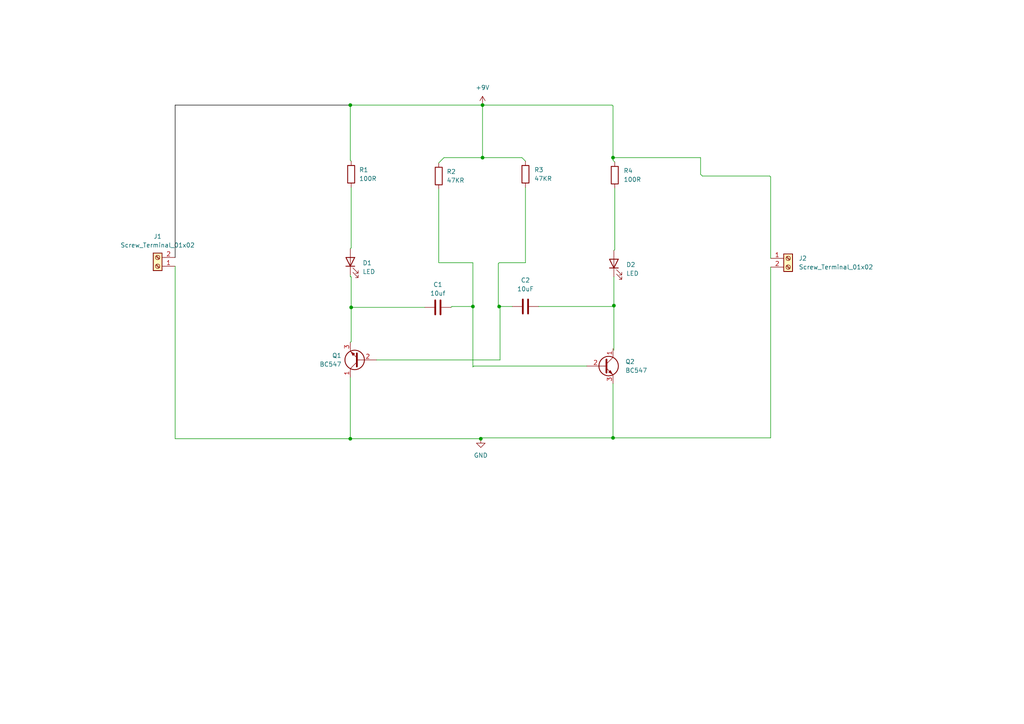
<source format=kicad_sch>
(kicad_sch (version 20231120) (generator "eeschema") (generator_version "8.0")
  (paper "A4")
  (lib_symbols
    (symbol "Connector:Screw_Terminal_01x02" (pin_names (offset 1.016) hide)
      (property "Reference" "J" (at 0 2.54 0))
      (property "Value" "Screw_Terminal_01x02" (at 0 -5.08 0))
      (symbol "Screw_Terminal_01x02_1_1"
        (rectangle (start -1.27 1.27) (end 1.27 -3.81) (stroke (width 0.254)) (fill (type background)))
        (circle (center 0 -2.54) (radius 0.635) (stroke (width 0.1524)))
        (polyline (pts (xy -0.5334 -2.2098) (xy 0.3302 -3.048)) (stroke (width 0.1524)))
        (polyline (pts (xy -0.5334 0.3302) (xy 0.3302 -0.508)) (stroke (width 0.1524)))
        (polyline (pts (xy -0.3556 -2.032) (xy 0.508 -2.8702)) (stroke (width 0.1524)))
        (polyline (pts (xy -0.3556 0.508) (xy 0.508 -0.3302)) (stroke (width 0.1524)))
        (circle (center 0 0) (radius 0.635) (stroke (width 0.1524)))
        (pin passive line (at -5.08 0 0) (length 3.81) (name "Pin_1") (number "1"))
        (pin passive line (at -5.08 -2.54 0) (length 3.81) (name "Pin_2") (number "2"))
      )
    )
    (symbol "Device:C" (pin_numbers hide) (pin_names (offset 0.254))
      (property "Reference" "C" (at 0.635 2.54 0))
      (property "Value" "C" (at 0.635 -2.54 0))
      (symbol "C_0_1"
        (polyline (pts (xy -2.032 -0.762) (xy 2.032 -0.762)) (stroke (width 0.508)))
        (polyline (pts (xy -2.032 0.762) (xy 2.032 0.762)) (stroke (width 0.508)))
      )
      (symbol "C_1_1"
        (pin passive line (at 0 3.81 270) (length 2.794) (name "~") (number "1"))
        (pin passive line (at 0 -3.81 90) (length 2.794) (name "~") (number "2"))
      )
    )
    (symbol "Device:LED" (pin_numbers hide) (pin_names (offset 1.016) hide)
      (property "Reference" "D" (at 0 2.54 0))
      (property "Value" "LED" (at 0 -2.54 0))
      (symbol "LED_0_1"
        (polyline (pts (xy -1.27 -1.27) (xy -1.27 1.27)) (stroke (width 0.254)))
        (polyline (pts (xy -1.27 0) (xy 1.27 0)))
        (polyline (pts (xy 1.27 -1.27) (xy 1.27 1.27) (xy -1.27 0) (xy 1.27 -1.27)) (stroke (width 0.254)))
        (polyline (pts (xy -3.048 -0.762) (xy -4.572 -2.286) (xy -3.81 -2.286) (xy -4.572 -2.286) (xy -4.572 -1.524)))
        (polyline (pts (xy -1.778 -0.762) (xy -3.302 -2.286) (xy -2.54 -2.286) (xy -3.302 -2.286) (xy -3.302 -1.524)))
      )
      (symbol "LED_1_1"
        (pin passive line (at -3.81 0 0) (length 2.54) (name "K") (number "1"))
        (pin passive line (at 3.81 0 180) (length 2.54) (name "A") (number "2"))
      )
    )
    (symbol "Device:R" (pin_numbers hide) (pin_names (offset 0))
      (property "Reference" "R" (at 2.032 0 90))
      (property "Value" "R" (at 0 0 90))
      (symbol "R_0_1"
        (rectangle (start -1.016 -2.54) (end 1.016 2.54) (stroke (width 0.254)))
      )
      (symbol "R_1_1"
        (pin passive line (at 0 3.81 270) (length 1.27) (name "~") (number "1"))
        (pin passive line (at 0 -3.81 90) (length 1.27) (name "~") (number "2"))
      )
    )
    (symbol "Transistor_BJT:BC547" (pin_names (offset 0) hide)
      (property "Reference" "Q" (at 5.08 1.905 0))
      (property "Value" "BC547" (at 5.08 0 0))
      (symbol "BC547_0_1"
        (polyline (pts (xy 0 0) (xy 0.635 0)))
        (polyline (pts (xy 0.635 0.635) (xy 2.54 2.54)))
        (polyline (pts (xy 0.635 -0.635) (xy 2.54 -2.54) (xy 2.54 -2.54)))
        (polyline (pts (xy 0.635 1.905) (xy 0.635 -1.905) (xy 0.635 -1.905)) (stroke (width 0.508)))
        (polyline (pts (xy 1.27 -1.778) (xy 1.778 -1.27) (xy 2.286 -2.286) (xy 1.27 -1.778) (xy 1.27 -1.778)) (fill (type outline)))
        (circle (center 1.27 0) (radius 2.8194) (stroke (width 0.254)))
      )
      (symbol "BC547_1_1"
        (pin passive line (at 2.54 5.08 270) (length 2.54) (name "C") (number "1"))
        (pin input line (at -5.08 0 0) (length 5.08) (name "B") (number "2"))
        (pin passive line (at 2.54 -5.08 90) (length 2.54) (name "E") (number "3"))
      )
    )
    (symbol "power:+9V" (power) (pin_numbers hide) (pin_names (offset 0) hide)
      (property "Value" "+9V" (at 0 3.556 0))
      (symbol "+9V_0_1"
        (polyline (pts (xy -0.762 1.27) (xy 0 2.54)))
        (polyline (pts (xy 0 0) (xy 0 2.54)))
        (polyline (pts (xy 0 2.54) (xy 0.762 1.27)))
      )
      (symbol "+9V_1_1"
        (pin power_in line (at 0 0 90) (length 0) (name "~") (number "1"))
      )
    )
    (symbol "power:GND" (power) (pin_numbers hide) (pin_names (offset 0) hide)
      (property "Value" "GND" (at 0 -3.81 0))
      (symbol "GND_0_1"
        (polyline (pts (xy 0 0) (xy 0 -1.27) (xy 1.27 -1.27) (xy 0 -2.54) (xy -1.27 -1.27) (xy 0 -1.27)))
      )
      (symbol "GND_1_1"
        (pin power_in line (at 0 0 270) (length 0) (name "~") (number "1"))
      )
    )
  )
  (junction (at 139.954 45.72))
  (junction (at 144.78 88.9))
  (junction (at 177.8 45.72))
  (junction (at 177.8 127))
  (junction (at 139.954 30.48))
  (junction (at 137.16 88.9))
  (junction (at 178.054 88.646))
  (junction (at 139.446 127.254))
  (junction (at 101.854 89.154))
  (junction (at 101.6 30.48))
  (junction (at 101.6 127.254))
  (wire (pts (xy 145.034 104.394) (xy 145.034 89.154)))
  (wire (pts (xy 223.52 74.93) (xy 223.52 51.308)))
  (wire (pts (xy 50.8 30.48) (xy 50.8 74.676)) (stroke (width 0) (color 0 0 0 1)))
  (wire (pts (xy 137.414 106.172) (xy 137.16 106.426)))
  (wire (pts (xy 156.21 88.9) (xy 177.8 88.9)))
  (wire (pts (xy 177.8 46.482) (xy 178.308 46.99)))
  (wire (pts (xy 178.054 80.264) (xy 178.054 88.646)))
  (wire (pts (xy 101.854 71.882) (xy 101.6 72.136)))
  (wire (pts (xy 101.854 89.154) (xy 123.19 89.154)))
  (wire (pts (xy 137.16 88.9) (xy 137.16 106.426)))
  (wire (pts (xy 177.8 30.734) (xy 177.546 30.48)))
  (wire (pts (xy 101.854 80.264) (xy 101.854 89.154)))
  (wire (pts (xy 139.954 30.48) (xy 139.954 45.72)))
  (wire (pts (xy 101.854 54.356) (xy 101.854 71.882)))
  (wire (pts (xy 101.6 30.48) (xy 101.6 46.482)))
  (wire (pts (xy 151.384 45.72) (xy 152.4 46.736)))
  (wire (pts (xy 101.6 46.482) (xy 101.854 46.736)))
  (wire (pts (xy 177.8 45.72) (xy 177.8 30.734)))
  (wire (pts (xy 101.854 99.06) (xy 101.6 99.314)))
  (wire (pts (xy 178.308 72.39) (xy 178.054 72.644)))
  (wire (pts (xy 101.6 79.756) (xy 101.6 80.264)))
  (wire (pts (xy 152.4 54.356) (xy 152.4 76.2)))
  (wire (pts (xy 178.054 88.646) (xy 178.054 101.6)))
  (wire (pts (xy 152.4 76.2) (xy 144.78 76.2)))
  (wire (pts (xy 139.954 30.48) (xy 177.546 30.48)))
  (wire (pts (xy 144.78 88.9) (xy 148.59 88.9)))
  (wire (pts (xy 101.6 30.48) (xy 139.954 30.48)))
  (wire (pts (xy 177.8 127) (xy 223.52 127)))
  (wire (pts (xy 170.18 106.172) (xy 137.414 106.172)))
  (wire (pts (xy 50.8 77.216) (xy 50.8 127.254)))
  (wire (pts (xy 177.8 45.72) (xy 203.2 45.72)))
  (wire (pts (xy 178.308 54.61) (xy 178.308 72.39)))
  (wire (pts (xy 223.52 77.47) (xy 223.52 127)))
  (wire (pts (xy 131.064 88.9) (xy 130.81 89.154)))
  (wire (pts (xy 101.6 127.254) (xy 139.446 127.254)))
  (wire (pts (xy 50.8 127.254) (xy 101.6 127.254)))
  (wire (pts (xy 139.954 45.72) (xy 128.778 45.72)))
  (wire (pts (xy 50.8 30.48) (xy 101.6 30.48)) (stroke (width 0) (color 0 0 0 1)))
  (wire (pts (xy 101.854 89.154) (xy 101.854 99.06)))
  (wire (pts (xy 177.8 45.72) (xy 177.8 46.482)))
  (wire (pts (xy 127.254 54.864) (xy 127.254 76.2)))
  (wire (pts (xy 144.78 76.2) (xy 144.526 76.454)))
  (wire (pts (xy 109.22 104.394) (xy 145.034 104.394)))
  (wire (pts (xy 177.8 111.252) (xy 177.8 127)))
  (wire (pts (xy 144.526 88.9) (xy 144.78 88.9)))
  (wire (pts (xy 177.8 88.9) (xy 178.054 88.646)))
  (wire (pts (xy 203.708 51.054) (xy 203.2 50.546)))
  (wire (pts (xy 223.52 51.308) (xy 223.266 51.054)))
  (wire (pts (xy 101.6 80.264) (xy 101.854 80.264)))
  (wire (pts (xy 144.526 76.454) (xy 144.526 88.9)))
  (wire (pts (xy 101.6 109.474) (xy 101.6 127.254)))
  (wire (pts (xy 137.16 76.2) (xy 137.16 88.9)))
  (wire (pts (xy 128.778 45.72) (xy 127.254 47.244)))
  (wire (pts (xy 139.7 127) (xy 177.8 127)))
  (wire (pts (xy 223.266 51.054) (xy 203.708 51.054)))
  (wire (pts (xy 139.954 45.72) (xy 151.384 45.72)))
  (wire (pts (xy 203.2 45.72) (xy 203.2 50.546)))
  (wire (pts (xy 137.16 88.9) (xy 131.064 88.9)))
  (wire (pts (xy 127.254 76.2) (xy 137.16 76.2)))
  (wire (pts (xy 145.034 89.154) (xy 144.78 88.9)))
  (wire (pts (xy 139.7 127) (xy 139.446 127.254)))
  (symbol (lib_id "Device:R") (at 101.854 50.546 0) (unit 1)
    (property "Reference" "R1" (at 104.14 49.2759 0) (effects (justify left)))
    (property "Value" "100R" (at 104.14 51.8159 0) (effects (justify left)))
    (property "Footprint" "Resistor_SMD:R_0201_0603Metric" (effects (hide yes)))
    (property "Description" "Resistor" (effects (hide yes)))
  )
  (symbol (lib_id "Transistor_BJT:BC547") (at 175.26 106.172 0) (unit 1)
    (property "Reference" "Q2" (at 181.356 104.9019 0) (effects (justify left)))
    (property "Value" "BC547" (at 181.356 107.4419 0) (effects (justify left)))
    (property "Footprint" "Package_TO_SOT_THT:TO-92_Inline" (effects (hide yes)))
    (property "Datasheet" "https://www.onsemi.com/pub/Collateral/BC550-D.pdf" (effects (hide yes)))
    (property "Description" "0.1A Ic, 45V Vce, Small Signal NPN Transistor, TO-92" (effects (hide yes)))
  )
  (symbol (lib_id "Device:LED") (at 101.6 75.946 90) (unit 1)
    (property "Reference" "D1" (at 105.156 76.2634 90) (effects (justify right)))
    (property "Value" "LED" (at 105.156 78.8034 90) (effects (justify right)))
    (property "Footprint" "LED_SMD:LED_0201_0603Metric" (effects (hide yes)))
    (property "Description" "Light emitting diode" (effects (hide yes)))
  )
  (symbol (lib_id "power:GND") (at 139.446 127.254 0) (unit 1)
    (property "Reference" "#PWR02" (effects (hide yes)))
    (property "Value" "GND" (at 139.446 132.08 0))
    (property "Description" "Power symbol creates a global label with name \"GND\" , ground" (effects (hide yes)))
  )
  (symbol (lib_id "power:+9V") (at 139.954 30.48 0) (unit 1)
    (property "Reference" "#PWR01" (effects (hide yes)))
    (property "Value" "+9V" (at 139.954 25.4 0))
    (property "Description" "Power symbol creates a global label with name \"+9V\"" (effects (hide yes)))
  )
  (symbol (lib_id "Device:R") (at 152.4 50.546 0) (unit 1)
    (property "Reference" "R3" (at 154.94 49.2759 0) (effects (justify left)))
    (property "Value" "47KR" (at 154.94 51.8159 0) (effects (justify left)))
    (property "Footprint" "Resistor_SMD:R_0201_0603Metric" (effects (hide yes)))
    (property "Description" "Resistor" (effects (hide yes)))
  )
  (symbol (lib_id "Device:C") (at 152.4 88.9 90) (unit 1)
    (property "Reference" "C2" (at 152.4 81.28 90))
    (property "Value" "10uF" (at 152.4 83.82 90))
    (property "Footprint" "Capacitor_SMD:C_0603_1608Metric" (effects (hide yes)))
    (property "Description" "Unpolarized capacitor" (effects (hide yes)))
  )
  (symbol (lib_id "Device:C") (at 127 89.154 90) (unit 1)
    (property "Reference" "C1" (at 127 82.55 90))
    (property "Value" "10uf" (at 127 85.09 90))
    (property "Footprint" "Capacitor_SMD:C_0603_1608Metric" (effects (hide yes)))
    (property "Description" "Unpolarized capacitor" (effects (hide yes)))
  )
  (symbol (lib_id "Connector:Screw_Terminal_01x02") (at 228.6 74.93 0) (unit 1)
    (property "Reference" "J2" (at 231.648 74.9299 0) (effects (justify left)))
    (property "Value" "Screw_Terminal_01x02" (at 231.648 77.4699 0) (effects (justify left)))
    (property "Footprint" "TerminalBlock_Phoenix:TerminalBlock_Phoenix_MKDS-1,5-2-5.08_1x02_P5.08mm_Horizontal" (effects (hide yes)))
    (property "Description" "Generic screw terminal, single row, 01x02, script generated (kicad-library-utils/schlib/autogen/connector/)" (effects (hide yes)))
  )
  (symbol (lib_id "Device:R") (at 178.308 50.8 0) (unit 1)
    (property "Reference" "R4" (at 180.848 49.5299 0) (effects (justify left)))
    (property "Value" "100R" (at 180.848 52.0699 0) (effects (justify left)))
    (property "Footprint" "Resistor_SMD:R_0201_0603Metric" (effects (hide yes)))
    (property "Description" "Resistor" (effects (hide yes)))
  )
  (symbol (lib_id "Device:R") (at 127.254 51.054 0) (unit 1)
    (property "Reference" "R2" (at 129.54 49.7839 0) (effects (justify left)))
    (property "Value" "47KR" (at 129.54 52.3239 0) (effects (justify left)))
    (property "Footprint" "Resistor_SMD:R_0201_0603Metric" (effects (hide yes)))
    (property "Description" "Resistor" (effects (hide yes)))
  )
  (symbol (lib_id "Transistor_BJT:BC547") (at 104.14 104.394 180) (unit 1)
    (property "Reference" "Q1" (at 99.06 103.1239 0) (effects (justify left)))
    (property "Value" "BC547" (at 99.06 105.6639 0) (effects (justify left)))
    (property "Footprint" "Package_TO_SOT_THT:TO-92_Inline" (effects (hide yes)))
    (property "Datasheet" "https://www.onsemi.com/pub/Collateral/BC550-D.pdf" (effects (hide yes)))
    (property "Description" "0.1A Ic, 45V Vce, Small Signal NPN Transistor, TO-92" (effects (hide yes)))
  )
  (symbol (lib_id "Connector:Screw_Terminal_01x02") (at 45.72 77.216 180) (unit 1)
    (property "Reference" "J1" (at 45.72 68.58 0))
    (property "Value" "Screw_Terminal_01x02" (at 45.72 71.12 0))
    (property "Footprint" "TerminalBlock_Phoenix:TerminalBlock_Phoenix_MKDS-1,5-2-5.08_1x02_P5.08mm_Horizontal" (effects (hide yes)))
    (property "Description" "Generic screw terminal, single row, 01x02, script generated (kicad-library-utils/schlib/autogen/connector/)" (effects (hide yes)))
  )
  (symbol (lib_id "Device:LED") (at 178.054 76.454 90) (unit 1)
    (property "Reference" "D2" (at 181.61 76.7714 90) (effects (justify right)))
    (property "Value" "LED" (at 181.61 79.3114 90) (effects (justify right)))
    (property "Footprint" "LED_SMD:LED_0201_0603Metric" (effects (hide yes)))
    (property "Description" "Light emitting diode" (effects (hide yes)))
  )
)
</source>
